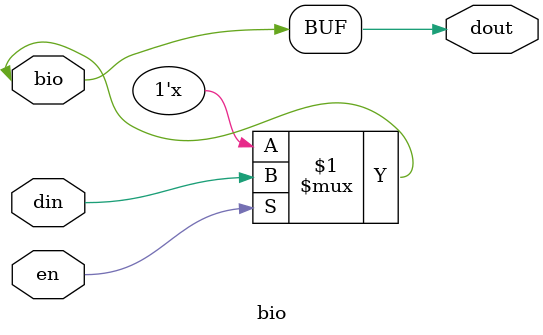
<source format=v>
/*
bi-directional IO.

en: controls the gate status.
    en = 1: din is passed through
    en = 0: gate closes (set bio to 1'bz, the tri-state.)
    the tri-state is such that another source will be able to change it.

din: signal input

dout: signal output

bio: stores one bit and passes it to dout.
*/

module bio(
en,     // state of the gate
din,    // input
dout,
bio
);

input en;
input din;
output dout;
inout bio;

wire en;
wire din;
wire dout;
wire bio;

// if not outputting, set to tri-state
assign bio = en ? din : 1'bz;

// if another gate is connected to bio and en == 1'bz, dout might well be input
// from the other gate. See testbench file for an example.
assign dout = bio;

endmodule

</source>
